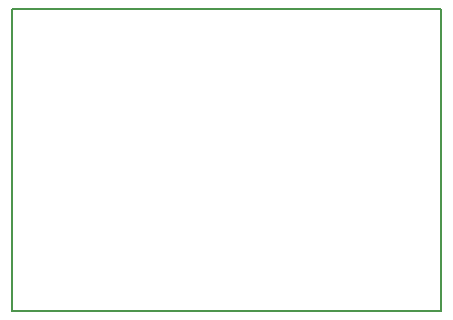
<source format=gm1>
G04 MADE WITH FRITZING*
G04 WWW.FRITZING.ORG*
G04 DOUBLE SIDED*
G04 HOLES PLATED*
G04 CONTOUR ON CENTER OF CONTOUR VECTOR*
%ASAXBY*%
%FSLAX23Y23*%
%MOIN*%
%OFA0B0*%
%SFA1.0B1.0*%
%ADD10R,1.438050X1.015570*%
%ADD11C,0.008000*%
%ADD10C,0.008*%
%LNCONTOUR*%
G90*
G70*
G54D10*
G54D11*
X11Y1004D02*
X1441Y1004D01*
X1441Y-3D01*
X11Y-3D01*
X11Y1004D01*
D02*
G04 End of contour*
M02*
</source>
